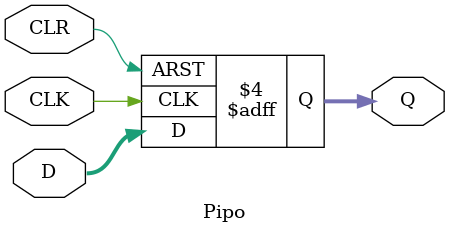
<source format=v>
module Pipo #(parameter N = 4)(
	input [N-1:0] D, 		//declare N-bit data input
	input CLK, CLR,		 //declare clock and clear inputs
	output reg [N-1:0] Q); 		//declare N-bit data output
		always @ (negedge CLK, negedge CLR) 		//detect change of clock or clear
			begin
				if (CLR==1'b0) Q <= 0; 		//register loaded with all 0’s
				else if (CLK==1'b0) Q <= D; 		//data input values loaded in register
			end
endmodule

</source>
